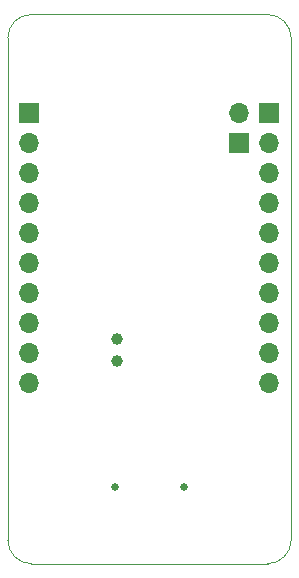
<source format=gbr>
%TF.GenerationSoftware,KiCad,Pcbnew,(6.0.9)*%
%TF.CreationDate,2023-03-12T14:29:19+01:00*%
%TF.ProjectId,ESP32-C3 Devboard,45535033-322d-4433-9320-446576626f61,rev?*%
%TF.SameCoordinates,Original*%
%TF.FileFunction,Soldermask,Bot*%
%TF.FilePolarity,Negative*%
%FSLAX46Y46*%
G04 Gerber Fmt 4.6, Leading zero omitted, Abs format (unit mm)*
G04 Created by KiCad (PCBNEW (6.0.9)) date 2023-03-12 14:29:19*
%MOMM*%
%LPD*%
G01*
G04 APERTURE LIST*
%TA.AperFunction,Profile*%
%ADD10C,0.100000*%
%TD*%
%ADD11C,0.650000*%
%ADD12C,1.000000*%
%ADD13R,1.700000X1.700000*%
%ADD14O,1.700000X1.700000*%
G04 APERTURE END LIST*
D10*
X112460000Y-89500000D02*
G75*
G03*
X114460000Y-91500000I2000000J0D01*
G01*
X134460000Y-45000000D02*
X114460000Y-45000000D01*
X112460000Y-47000000D02*
X112460000Y-89500000D01*
X114460000Y-91500000D02*
X134460000Y-91500000D01*
X136460000Y-89500000D02*
X136460000Y-47000000D01*
X134460000Y-91500000D02*
G75*
G03*
X136460000Y-89500000I0J2000000D01*
G01*
X114460000Y-45000000D02*
G75*
G03*
X112460000Y-47000000I0J-2000000D01*
G01*
X136460000Y-47000000D02*
G75*
G03*
X134460000Y-45000000I-2000000J0D01*
G01*
D11*
%TO.C,J5*%
X121570000Y-85027000D03*
X127350000Y-85027000D03*
%TD*%
D12*
%TO.C,Y1*%
X121734000Y-72456000D03*
X121734000Y-74356000D03*
%TD*%
D13*
%TO.C,J2*%
X134620000Y-53340000D03*
D14*
X134620000Y-55880000D03*
X134620000Y-58420000D03*
X134620000Y-60960000D03*
X134620000Y-63500000D03*
X134620000Y-66040000D03*
X134620000Y-68580000D03*
X134620000Y-71120000D03*
X134620000Y-73660000D03*
X134620000Y-76200000D03*
%TD*%
D13*
%TO.C,J1*%
X114300000Y-53340000D03*
D14*
X114300000Y-55880000D03*
X114300000Y-58420000D03*
X114300000Y-60960000D03*
X114300000Y-63500000D03*
X114300000Y-66040000D03*
X114300000Y-68580000D03*
X114300000Y-71120000D03*
X114300000Y-73660000D03*
X114300000Y-76200000D03*
%TD*%
D13*
%TO.C,J3*%
X132080000Y-55885000D03*
D14*
X132080000Y-53345000D03*
%TD*%
M02*

</source>
